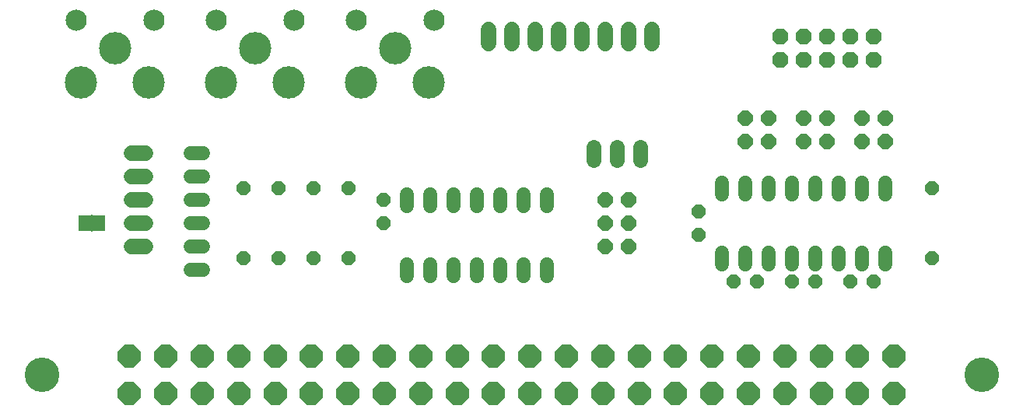
<source format=gbs>
G04 EAGLE Gerber RS-274X export*
G75*
%MOMM*%
%FSLAX34Y34*%
%LPD*%
%INSoldermask Bottom*%
%IPPOS*%
%AMOC8*
5,1,8,0,0,1.08239X$1,22.5*%
G01*
%ADD10C,3.519200*%
%ADD11C,2.303200*%
%ADD12C,1.727200*%
%ADD13P,2.694285X8X202.500000*%
%ADD14P,2.694285X8X22.500000*%
%ADD15C,3.759200*%
%ADD16P,1.869504X8X22.500000*%
%ADD17C,1.524000*%
%ADD18P,1.649562X8X22.500000*%
%ADD19P,1.649562X8X112.500000*%
%ADD20P,1.649562X8X202.500000*%
%ADD21P,1.759533X8X22.500000*%
%ADD22C,1.625600*%
%ADD23P,1.759533X8X292.500000*%
%ADD24R,1.371600X1.803400*%
%ADD25R,0.152400X1.828800*%
%ADD26P,1.649562X8X292.500000*%


D10*
X419100Y406400D03*
X456100Y369400D03*
X382100Y369400D03*
D11*
X461600Y437400D03*
X376600Y437400D03*
D10*
X266700Y406400D03*
X303700Y369400D03*
X229700Y369400D03*
D11*
X309200Y437400D03*
X224200Y437400D03*
D10*
X114300Y406400D03*
X151300Y369400D03*
X77300Y369400D03*
D11*
X156800Y437400D03*
X71800Y437400D03*
D12*
X520700Y426720D02*
X520700Y411480D01*
X546100Y411480D02*
X546100Y426720D01*
X571500Y426720D02*
X571500Y411480D01*
X596900Y411480D02*
X596900Y426720D01*
X622300Y426720D02*
X622300Y411480D01*
X647700Y411480D02*
X647700Y426720D01*
X673100Y426720D02*
X673100Y411480D01*
X698500Y411480D02*
X698500Y426720D01*
D13*
X565912Y71120D03*
X565912Y30480D03*
X605536Y71120D03*
X645160Y71120D03*
X684784Y71120D03*
X724408Y71120D03*
X764032Y71120D03*
X803656Y71120D03*
X843280Y71120D03*
X882904Y71120D03*
X922528Y71120D03*
X962152Y71120D03*
X605536Y30480D03*
X645160Y30480D03*
X684784Y30480D03*
X724408Y30480D03*
X764032Y30480D03*
X803656Y30480D03*
X843280Y30480D03*
X882904Y30480D03*
X922528Y30480D03*
X962152Y30480D03*
D14*
X526288Y30480D03*
X526288Y71120D03*
X486664Y30480D03*
X447040Y30480D03*
X407416Y30480D03*
X367792Y30480D03*
X328168Y30480D03*
X288544Y30480D03*
X248920Y30480D03*
X209296Y30480D03*
X169672Y30480D03*
X130048Y30480D03*
X486664Y71120D03*
X447040Y71120D03*
X407416Y71120D03*
X367792Y71120D03*
X328168Y71120D03*
X288544Y71120D03*
X248920Y71120D03*
X209296Y71120D03*
X169672Y71120D03*
X130048Y71120D03*
D15*
X34544Y50800D03*
X1057656Y50800D03*
D16*
X838200Y393700D03*
X863600Y393700D03*
X889000Y393700D03*
X914400Y393700D03*
X939800Y393700D03*
X838200Y419100D03*
X863600Y419100D03*
X889000Y419100D03*
X914400Y419100D03*
X939800Y419100D03*
D17*
X774700Y184404D02*
X774700Y171196D01*
X800100Y171196D02*
X800100Y184404D01*
X927100Y184404D02*
X927100Y171196D01*
X952500Y171196D02*
X952500Y184404D01*
X825500Y184404D02*
X825500Y171196D01*
X850900Y171196D02*
X850900Y184404D01*
X901700Y184404D02*
X901700Y171196D01*
X876300Y171196D02*
X876300Y184404D01*
X952500Y247396D02*
X952500Y260604D01*
X927100Y260604D02*
X927100Y247396D01*
X901700Y247396D02*
X901700Y260604D01*
X876300Y260604D02*
X876300Y247396D01*
X850900Y247396D02*
X850900Y260604D01*
X825500Y260604D02*
X825500Y247396D01*
X800100Y247396D02*
X800100Y260604D01*
X774700Y260604D02*
X774700Y247396D01*
D18*
X787400Y152400D03*
X812800Y152400D03*
X850900Y152400D03*
X876300Y152400D03*
D19*
X749300Y203200D03*
X749300Y228600D03*
D20*
X939800Y152400D03*
X914400Y152400D03*
D21*
X800100Y304800D03*
X825500Y304800D03*
X800100Y330200D03*
X825500Y330200D03*
X863600Y304800D03*
X889000Y304800D03*
X863600Y330200D03*
X889000Y330200D03*
X927100Y304800D03*
X952500Y304800D03*
X927100Y330200D03*
X952500Y330200D03*
D22*
X635000Y299212D02*
X635000Y284988D01*
X660400Y284988D02*
X660400Y299212D01*
X685800Y299212D02*
X685800Y284988D01*
D23*
X647700Y241300D03*
X673100Y241300D03*
X647700Y215900D03*
X673100Y215900D03*
X647700Y190500D03*
X673100Y190500D03*
D19*
X1003300Y177800D03*
X1003300Y254000D03*
X368300Y177800D03*
X368300Y254000D03*
D17*
X431800Y171704D02*
X431800Y158496D01*
X457200Y158496D02*
X457200Y171704D01*
X584200Y171704D02*
X584200Y158496D01*
X584200Y234696D02*
X584200Y247904D01*
X482600Y171704D02*
X482600Y158496D01*
X508000Y158496D02*
X508000Y171704D01*
X558800Y171704D02*
X558800Y158496D01*
X533400Y158496D02*
X533400Y171704D01*
X558800Y234696D02*
X558800Y247904D01*
X533400Y247904D02*
X533400Y234696D01*
X508000Y234696D02*
X508000Y247904D01*
X482600Y247904D02*
X482600Y234696D01*
X457200Y234696D02*
X457200Y247904D01*
X431800Y247904D02*
X431800Y234696D01*
X209804Y165100D02*
X196596Y165100D01*
X196596Y190500D02*
X209804Y190500D01*
X209804Y215900D02*
X196596Y215900D01*
X196596Y241300D02*
X209804Y241300D01*
X209804Y266700D02*
X196596Y266700D01*
X196596Y292100D02*
X209804Y292100D01*
D12*
X147320Y292100D02*
X132080Y292100D01*
X132080Y266700D02*
X147320Y266700D01*
X147320Y241300D02*
X132080Y241300D01*
X132080Y215900D02*
X147320Y215900D01*
X147320Y190500D02*
X132080Y190500D01*
D24*
X81280Y215900D03*
X96520Y215900D03*
D25*
X88900Y215900D03*
D26*
X330200Y254000D03*
X330200Y177800D03*
X292100Y254000D03*
X292100Y177800D03*
X254000Y254000D03*
X254000Y177800D03*
X406400Y241300D03*
X406400Y215900D03*
M02*

</source>
